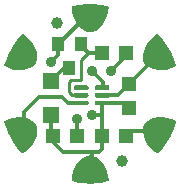
<source format=gbr>
G04 EAGLE Gerber RS-274X export*
G75*
%MOMM*%
%FSLAX34Y34*%
%LPD*%
%INTop Copper*%
%IPPOS*%
%AMOC8*
5,1,8,0,0,1.08239X$1,22.5*%
G01*
%ADD10R,1.200000X0.400000*%
%ADD11R,1.000000X0.400000*%
%ADD12R,1.200000X1.300000*%
%ADD13R,1.300000X1.200000*%
%ADD14R,1.400000X1.400000*%
%ADD15R,1.000000X1.200000*%
%ADD16C,2.184400*%
%ADD17C,1.000000*%
%ADD18C,0.304800*%
%ADD19C,0.906400*%
%ADD20C,0.254000*%

G36*
X3062Y-76024D02*
X3062Y-76024D01*
X3099Y-76026D01*
X9133Y-75392D01*
X9160Y-75384D01*
X9198Y-75382D01*
X15132Y-74120D01*
X15154Y-74111D01*
X15178Y-74109D01*
X15257Y-74069D01*
X15340Y-74036D01*
X15357Y-74020D01*
X15378Y-74009D01*
X15411Y-73975D01*
X15413Y-73973D01*
X15422Y-73963D01*
X15439Y-73944D01*
X15505Y-73884D01*
X15516Y-73863D01*
X15532Y-73845D01*
X15548Y-73807D01*
X15555Y-73799D01*
X15568Y-73761D01*
X15607Y-73684D01*
X15610Y-73661D01*
X15619Y-73639D01*
X15622Y-73601D01*
X15627Y-73586D01*
X15626Y-73547D01*
X15630Y-73491D01*
X15633Y-73461D01*
X15632Y-73457D01*
X15632Y-73452D01*
X15345Y-69693D01*
X15334Y-69653D01*
X15329Y-69595D01*
X14457Y-65928D01*
X14440Y-65890D01*
X14426Y-65833D01*
X12991Y-62348D01*
X12969Y-62313D01*
X12946Y-62259D01*
X10983Y-59041D01*
X10956Y-59010D01*
X10925Y-58960D01*
X8483Y-56089D01*
X8445Y-56058D01*
X8389Y-55999D01*
X6603Y-54613D01*
X6578Y-54600D01*
X6574Y-54595D01*
X6563Y-54590D01*
X6535Y-54567D01*
X4583Y-53426D01*
X4550Y-53414D01*
X4509Y-53389D01*
X2426Y-52512D01*
X2391Y-52505D01*
X2347Y-52485D01*
X168Y-51888D01*
X92Y-51882D01*
X19Y-51866D01*
X-24Y-51871D01*
X-56Y-51868D01*
X-100Y-51880D01*
X-168Y-51888D01*
X-2347Y-52485D01*
X-2379Y-52501D01*
X-2426Y-52512D01*
X-4509Y-53389D01*
X-4539Y-53408D01*
X-4583Y-53426D01*
X-6535Y-54567D01*
X-6561Y-54590D01*
X-6603Y-54613D01*
X-8389Y-55999D01*
X-8422Y-56036D01*
X-8483Y-56089D01*
X-10925Y-58960D01*
X-10946Y-58996D01*
X-10983Y-59041D01*
X-12946Y-62259D01*
X-12961Y-62297D01*
X-12991Y-62348D01*
X-14426Y-65833D01*
X-14435Y-65874D01*
X-14457Y-65928D01*
X-15329Y-69595D01*
X-15331Y-69636D01*
X-15345Y-69693D01*
X-15632Y-73452D01*
X-15630Y-73475D01*
X-15634Y-73499D01*
X-15622Y-73570D01*
X-15620Y-73623D01*
X-15613Y-73640D01*
X-15610Y-73675D01*
X-15599Y-73696D01*
X-15595Y-73720D01*
X-15550Y-73796D01*
X-15550Y-73797D01*
X-15536Y-73831D01*
X-15529Y-73838D01*
X-15511Y-73876D01*
X-15493Y-73893D01*
X-15481Y-73913D01*
X-15413Y-73969D01*
X-15391Y-73990D01*
X-15384Y-73997D01*
X-15382Y-73998D01*
X-15348Y-74030D01*
X-15326Y-74040D01*
X-15307Y-74055D01*
X-15170Y-74106D01*
X-15141Y-74118D01*
X-15137Y-74119D01*
X-15132Y-74120D01*
X-9198Y-75382D01*
X-9169Y-75383D01*
X-9133Y-75392D01*
X-3099Y-76026D01*
X-3071Y-76024D01*
X-3033Y-76030D01*
X3033Y-76030D01*
X3062Y-76024D01*
G37*
G36*
X-57510Y20009D02*
X-57510Y20009D01*
X-57470Y20017D01*
X-57411Y20019D01*
X-53704Y20698D01*
X-53657Y20715D01*
X-53578Y20734D01*
X-51485Y21588D01*
X-51455Y21607D01*
X-51411Y21624D01*
X-49447Y22744D01*
X-49420Y22766D01*
X-49378Y22789D01*
X-47577Y24155D01*
X-47553Y24181D01*
X-47515Y24210D01*
X-45908Y25799D01*
X-45864Y25861D01*
X-45814Y25917D01*
X-45801Y25947D01*
X-45796Y25954D01*
X-45793Y25962D01*
X-45779Y25983D01*
X-45767Y26027D01*
X-45740Y26089D01*
X-45167Y28276D01*
X-45164Y28311D01*
X-45151Y28357D01*
X-44869Y30600D01*
X-44871Y30635D01*
X-44864Y30682D01*
X-44876Y32942D01*
X-44883Y32977D01*
X-44882Y33025D01*
X-45189Y35264D01*
X-45205Y35311D01*
X-45220Y35391D01*
X-46486Y38942D01*
X-46507Y38977D01*
X-46527Y39032D01*
X-48332Y42341D01*
X-48358Y42373D01*
X-48387Y42425D01*
X-50687Y45410D01*
X-50718Y45438D01*
X-50754Y45484D01*
X-53494Y48073D01*
X-53528Y48095D01*
X-53571Y48135D01*
X-56682Y50264D01*
X-56704Y50274D01*
X-56722Y50289D01*
X-56805Y50319D01*
X-56820Y50326D01*
X-56836Y50334D01*
X-56839Y50334D01*
X-56887Y50356D01*
X-56911Y50357D01*
X-56933Y50365D01*
X-57022Y50365D01*
X-57111Y50371D01*
X-57133Y50364D01*
X-57157Y50364D01*
X-57241Y50332D01*
X-57326Y50307D01*
X-57345Y50292D01*
X-57367Y50284D01*
X-57443Y50222D01*
X-57466Y50208D01*
X-57479Y50191D01*
X-57481Y50190D01*
X-57505Y50172D01*
X-57507Y50168D01*
X-57512Y50165D01*
X-61571Y45657D01*
X-61586Y45632D01*
X-61613Y45605D01*
X-65178Y40697D01*
X-65191Y40671D01*
X-65214Y40642D01*
X-68248Y35388D01*
X-68257Y35361D01*
X-68278Y35329D01*
X-70745Y29787D01*
X-70752Y29759D01*
X-70769Y29725D01*
X-72643Y23956D01*
X-72647Y23932D01*
X-72656Y23910D01*
X-72662Y23822D01*
X-72674Y23733D01*
X-72669Y23710D01*
X-72670Y23686D01*
X-72645Y23601D01*
X-72625Y23514D01*
X-72612Y23494D01*
X-72605Y23472D01*
X-72552Y23401D01*
X-72503Y23326D01*
X-72484Y23312D01*
X-72470Y23293D01*
X-72347Y23210D01*
X-72323Y23192D01*
X-72319Y23191D01*
X-72315Y23188D01*
X-68916Y21558D01*
X-68876Y21547D01*
X-68823Y21522D01*
X-65211Y20444D01*
X-65170Y20439D01*
X-65114Y20423D01*
X-61378Y19923D01*
X-61337Y19925D01*
X-61278Y19918D01*
X-57510Y20009D01*
G37*
G36*
X61319Y19924D02*
X61319Y19924D01*
X61378Y19923D01*
X65114Y20423D01*
X65153Y20436D01*
X65211Y20444D01*
X68823Y21522D01*
X68860Y21541D01*
X68916Y21558D01*
X72315Y23188D01*
X72334Y23202D01*
X72356Y23210D01*
X72424Y23267D01*
X72496Y23319D01*
X72510Y23339D01*
X72528Y23354D01*
X72572Y23431D01*
X72621Y23505D01*
X72627Y23529D01*
X72639Y23549D01*
X72653Y23637D01*
X72673Y23724D01*
X72671Y23747D01*
X72674Y23771D01*
X72650Y23917D01*
X72646Y23946D01*
X72644Y23950D01*
X72643Y23956D01*
X70769Y29725D01*
X70755Y29751D01*
X70745Y29787D01*
X68278Y35329D01*
X68261Y35353D01*
X68248Y35388D01*
X65214Y40642D01*
X65196Y40664D01*
X65178Y40697D01*
X61613Y45605D01*
X61592Y45625D01*
X61571Y45657D01*
X57512Y50165D01*
X57493Y50179D01*
X57479Y50199D01*
X57449Y50219D01*
X57437Y50231D01*
X57404Y50249D01*
X57334Y50302D01*
X57312Y50309D01*
X57292Y50323D01*
X57205Y50343D01*
X57120Y50370D01*
X57096Y50368D01*
X57073Y50374D01*
X56985Y50363D01*
X56896Y50358D01*
X56874Y50349D01*
X56851Y50346D01*
X56803Y50322D01*
X56800Y50322D01*
X56794Y50318D01*
X56718Y50281D01*
X56690Y50269D01*
X56687Y50266D01*
X56682Y50264D01*
X53571Y48135D01*
X53542Y48106D01*
X53494Y48073D01*
X50754Y45484D01*
X50730Y45451D01*
X50687Y45410D01*
X48387Y42425D01*
X48368Y42388D01*
X48332Y42341D01*
X46527Y39032D01*
X46514Y38993D01*
X46486Y38942D01*
X45220Y35391D01*
X45212Y35342D01*
X45189Y35264D01*
X44882Y33025D01*
X44884Y32990D01*
X44876Y32942D01*
X44864Y30682D01*
X44870Y30647D01*
X44869Y30600D01*
X45151Y28357D01*
X45162Y28323D01*
X45167Y28276D01*
X45740Y26089D01*
X45772Y26021D01*
X45795Y25949D01*
X45813Y25925D01*
X45815Y25922D01*
X45821Y25915D01*
X45835Y25886D01*
X45867Y25854D01*
X45908Y25799D01*
X47515Y24210D01*
X47544Y24190D01*
X47577Y24155D01*
X49378Y22789D01*
X49410Y22773D01*
X49447Y22744D01*
X51411Y21624D01*
X51444Y21612D01*
X51485Y21588D01*
X53578Y20734D01*
X53627Y20724D01*
X53704Y20698D01*
X57411Y20019D01*
X57452Y20019D01*
X57510Y20009D01*
X61278Y19918D01*
X61319Y19924D01*
G37*
G36*
X57133Y-50364D02*
X57133Y-50364D01*
X57157Y-50364D01*
X57241Y-50332D01*
X57326Y-50307D01*
X57345Y-50292D01*
X57367Y-50284D01*
X57481Y-50190D01*
X57505Y-50172D01*
X57507Y-50168D01*
X57512Y-50165D01*
X61571Y-45657D01*
X61586Y-45632D01*
X61613Y-45605D01*
X65178Y-40697D01*
X65191Y-40671D01*
X65214Y-40642D01*
X68248Y-35388D01*
X68257Y-35361D01*
X68278Y-35329D01*
X70745Y-29787D01*
X70752Y-29759D01*
X70769Y-29725D01*
X72643Y-23956D01*
X72647Y-23932D01*
X72656Y-23910D01*
X72662Y-23822D01*
X72674Y-23733D01*
X72669Y-23710D01*
X72670Y-23686D01*
X72645Y-23601D01*
X72625Y-23514D01*
X72612Y-23494D01*
X72605Y-23472D01*
X72552Y-23401D01*
X72503Y-23326D01*
X72484Y-23312D01*
X72470Y-23293D01*
X72347Y-23210D01*
X72323Y-23192D01*
X72319Y-23191D01*
X72315Y-23188D01*
X68916Y-21558D01*
X68876Y-21547D01*
X68823Y-21522D01*
X65211Y-20444D01*
X65170Y-20439D01*
X65114Y-20423D01*
X61378Y-19923D01*
X61337Y-19925D01*
X61278Y-19918D01*
X57510Y-20009D01*
X57470Y-20017D01*
X57411Y-20019D01*
X53704Y-20698D01*
X53657Y-20715D01*
X53578Y-20734D01*
X51485Y-21588D01*
X51455Y-21607D01*
X51411Y-21624D01*
X49447Y-22744D01*
X49420Y-22766D01*
X49378Y-22789D01*
X47577Y-24155D01*
X47553Y-24181D01*
X47515Y-24210D01*
X45908Y-25799D01*
X45864Y-25861D01*
X45814Y-25917D01*
X45797Y-25956D01*
X45779Y-25983D01*
X45767Y-26027D01*
X45740Y-26089D01*
X45167Y-28276D01*
X45164Y-28311D01*
X45151Y-28357D01*
X44869Y-30600D01*
X44871Y-30635D01*
X44864Y-30682D01*
X44876Y-32942D01*
X44883Y-32977D01*
X44882Y-33025D01*
X45189Y-35264D01*
X45193Y-35277D01*
X45194Y-35283D01*
X45203Y-35307D01*
X45205Y-35311D01*
X45220Y-35391D01*
X46486Y-38942D01*
X46507Y-38977D01*
X46527Y-39032D01*
X48332Y-42341D01*
X48358Y-42373D01*
X48387Y-42425D01*
X50687Y-45410D01*
X50718Y-45438D01*
X50754Y-45484D01*
X53494Y-48073D01*
X53528Y-48095D01*
X53571Y-48135D01*
X56682Y-50264D01*
X56704Y-50274D01*
X56722Y-50289D01*
X56805Y-50319D01*
X56887Y-50356D01*
X56911Y-50357D01*
X56933Y-50365D01*
X57022Y-50365D01*
X57111Y-50371D01*
X57133Y-50364D01*
G37*
G36*
X-56985Y-50363D02*
X-56985Y-50363D01*
X-56896Y-50358D01*
X-56874Y-50349D01*
X-56851Y-50346D01*
X-56718Y-50281D01*
X-56690Y-50269D01*
X-56687Y-50266D01*
X-56682Y-50264D01*
X-53571Y-48135D01*
X-53542Y-48106D01*
X-53494Y-48073D01*
X-50754Y-45484D01*
X-50730Y-45451D01*
X-50687Y-45410D01*
X-48387Y-42425D01*
X-48368Y-42388D01*
X-48332Y-42341D01*
X-46527Y-39032D01*
X-46514Y-38993D01*
X-46486Y-38942D01*
X-45220Y-35391D01*
X-45212Y-35342D01*
X-45189Y-35264D01*
X-44882Y-33025D01*
X-44884Y-32990D01*
X-44876Y-32942D01*
X-44864Y-30682D01*
X-44870Y-30647D01*
X-44869Y-30600D01*
X-45151Y-28357D01*
X-45162Y-28323D01*
X-45167Y-28276D01*
X-45740Y-26089D01*
X-45772Y-26021D01*
X-45795Y-25949D01*
X-45821Y-25915D01*
X-45835Y-25886D01*
X-45867Y-25854D01*
X-45908Y-25799D01*
X-47515Y-24210D01*
X-47544Y-24190D01*
X-47577Y-24155D01*
X-49378Y-22789D01*
X-49410Y-22773D01*
X-49447Y-22744D01*
X-51411Y-21624D01*
X-51444Y-21612D01*
X-51485Y-21588D01*
X-53578Y-20734D01*
X-53627Y-20724D01*
X-53704Y-20698D01*
X-57411Y-20019D01*
X-57452Y-20019D01*
X-57510Y-20009D01*
X-61278Y-19918D01*
X-61319Y-19924D01*
X-61378Y-19923D01*
X-65114Y-20423D01*
X-65153Y-20436D01*
X-65211Y-20444D01*
X-68823Y-21522D01*
X-68860Y-21541D01*
X-68916Y-21558D01*
X-72315Y-23188D01*
X-72334Y-23202D01*
X-72356Y-23210D01*
X-72424Y-23267D01*
X-72496Y-23319D01*
X-72510Y-23339D01*
X-72528Y-23354D01*
X-72572Y-23431D01*
X-72621Y-23505D01*
X-72627Y-23529D01*
X-72639Y-23549D01*
X-72653Y-23637D01*
X-72673Y-23724D01*
X-72671Y-23747D01*
X-72674Y-23771D01*
X-72650Y-23917D01*
X-72646Y-23946D01*
X-72644Y-23950D01*
X-72643Y-23956D01*
X-70769Y-29725D01*
X-70755Y-29751D01*
X-70745Y-29787D01*
X-68278Y-35329D01*
X-68261Y-35353D01*
X-68248Y-35388D01*
X-65214Y-40642D01*
X-65196Y-40664D01*
X-65178Y-40697D01*
X-61613Y-45605D01*
X-61592Y-45625D01*
X-61571Y-45657D01*
X-57512Y-50165D01*
X-57493Y-50179D01*
X-57479Y-50199D01*
X-57405Y-50248D01*
X-57334Y-50302D01*
X-57312Y-50309D01*
X-57292Y-50323D01*
X-57205Y-50343D01*
X-57120Y-50370D01*
X-57096Y-50368D01*
X-57073Y-50374D01*
X-56985Y-50363D01*
G37*
G36*
X24Y51871D02*
X24Y51871D01*
X56Y51868D01*
X100Y51880D01*
X168Y51888D01*
X2347Y52485D01*
X2379Y52501D01*
X2426Y52512D01*
X4509Y53389D01*
X4539Y53408D01*
X4583Y53426D01*
X6535Y54567D01*
X6561Y54590D01*
X6603Y54613D01*
X8389Y55999D01*
X8422Y56036D01*
X8483Y56089D01*
X10925Y58960D01*
X10946Y58996D01*
X10983Y59041D01*
X12946Y62259D01*
X12961Y62297D01*
X12991Y62348D01*
X14426Y65833D01*
X14435Y65874D01*
X14457Y65928D01*
X15329Y69595D01*
X15331Y69636D01*
X15345Y69693D01*
X15632Y73452D01*
X15630Y73475D01*
X15634Y73499D01*
X15619Y73586D01*
X15610Y73675D01*
X15599Y73696D01*
X15595Y73720D01*
X15550Y73796D01*
X15511Y73876D01*
X15493Y73893D01*
X15481Y73913D01*
X15413Y73969D01*
X15348Y74030D01*
X15326Y74040D01*
X15307Y74055D01*
X15170Y74106D01*
X15141Y74118D01*
X15137Y74119D01*
X15132Y74120D01*
X9198Y75382D01*
X9169Y75383D01*
X9133Y75392D01*
X3099Y76026D01*
X3071Y76024D01*
X3033Y76030D01*
X-3033Y76030D01*
X-3062Y76024D01*
X-3099Y76026D01*
X-9133Y75392D01*
X-9160Y75384D01*
X-9198Y75382D01*
X-15132Y74120D01*
X-15154Y74111D01*
X-15178Y74109D01*
X-15257Y74069D01*
X-15340Y74036D01*
X-15357Y74020D01*
X-15378Y74009D01*
X-15439Y73944D01*
X-15505Y73884D01*
X-15516Y73863D01*
X-15532Y73845D01*
X-15566Y73763D01*
X-15607Y73684D01*
X-15610Y73661D01*
X-15619Y73639D01*
X-15630Y73491D01*
X-15633Y73461D01*
X-15632Y73457D01*
X-15632Y73452D01*
X-15345Y69693D01*
X-15334Y69653D01*
X-15329Y69595D01*
X-14457Y65928D01*
X-14440Y65890D01*
X-14426Y65833D01*
X-12991Y62348D01*
X-12969Y62313D01*
X-12946Y62259D01*
X-10983Y59041D01*
X-10956Y59010D01*
X-10925Y58960D01*
X-8483Y56089D01*
X-8445Y56058D01*
X-8389Y55999D01*
X-6603Y54613D01*
X-6572Y54597D01*
X-6535Y54567D01*
X-4583Y53426D01*
X-4550Y53414D01*
X-4509Y53389D01*
X-2426Y52512D01*
X-2391Y52505D01*
X-2347Y52485D01*
X-168Y51888D01*
X-92Y51882D01*
X-19Y51866D01*
X24Y51871D01*
G37*
G36*
X-3202Y3236D02*
X-3202Y3236D01*
X-3165Y3235D01*
X-2777Y3286D01*
X-2734Y3301D01*
X-2651Y3320D01*
X-2289Y3470D01*
X-2252Y3495D01*
X-2176Y3535D01*
X-1865Y3773D01*
X-1836Y3807D01*
X-1773Y3865D01*
X-1535Y4176D01*
X-1515Y4217D01*
X-1470Y4289D01*
X-1320Y4651D01*
X-1311Y4695D01*
X-1286Y4777D01*
X-1235Y5165D01*
X-1238Y5206D01*
X-1231Y5244D01*
X-1236Y5265D01*
X-1235Y5295D01*
X-1286Y5683D01*
X-1301Y5726D01*
X-1320Y5809D01*
X-1470Y6171D01*
X-1495Y6208D01*
X-1535Y6284D01*
X-1773Y6595D01*
X-1807Y6624D01*
X-1865Y6687D01*
X-2176Y6925D01*
X-2217Y6945D01*
X-2289Y6990D01*
X-2651Y7140D01*
X-2695Y7149D01*
X-2777Y7174D01*
X-3165Y7225D01*
X-3188Y7223D01*
X-3196Y7225D01*
X-3203Y7225D01*
X-3230Y7229D01*
X-12730Y7229D01*
X-12738Y7228D01*
X-12747Y7229D01*
X-12835Y7208D01*
X-12925Y7190D01*
X-12932Y7185D01*
X-12940Y7183D01*
X-13013Y7129D01*
X-13089Y7077D01*
X-13093Y7070D01*
X-13100Y7065D01*
X-13147Y6987D01*
X-13196Y6910D01*
X-13197Y6901D01*
X-13202Y6894D01*
X-13229Y6730D01*
X-13229Y3730D01*
X-13228Y3722D01*
X-13229Y3713D01*
X-13208Y3625D01*
X-13190Y3535D01*
X-13185Y3528D01*
X-13183Y3520D01*
X-13129Y3447D01*
X-13077Y3371D01*
X-13070Y3367D01*
X-13065Y3360D01*
X-12987Y3313D01*
X-12910Y3264D01*
X-12901Y3263D01*
X-12894Y3258D01*
X-12730Y3231D01*
X-3230Y3231D01*
X-3202Y3236D01*
G37*
G36*
X-3202Y-3264D02*
X-3202Y-3264D01*
X-3165Y-3265D01*
X-2777Y-3214D01*
X-2734Y-3199D01*
X-2651Y-3180D01*
X-2289Y-3030D01*
X-2252Y-3005D01*
X-2176Y-2965D01*
X-1865Y-2727D01*
X-1836Y-2693D01*
X-1773Y-2635D01*
X-1535Y-2324D01*
X-1515Y-2283D01*
X-1470Y-2211D01*
X-1320Y-1849D01*
X-1311Y-1805D01*
X-1286Y-1723D01*
X-1235Y-1335D01*
X-1238Y-1295D01*
X-1231Y-1256D01*
X-1236Y-1235D01*
X-1235Y-1205D01*
X-1286Y-817D01*
X-1301Y-774D01*
X-1320Y-691D01*
X-1470Y-329D01*
X-1495Y-292D01*
X-1535Y-216D01*
X-1773Y95D01*
X-1807Y124D01*
X-1865Y187D01*
X-2176Y425D01*
X-2217Y445D01*
X-2289Y490D01*
X-2651Y640D01*
X-2695Y649D01*
X-2777Y674D01*
X-3165Y725D01*
X-3188Y723D01*
X-3196Y725D01*
X-3203Y725D01*
X-3230Y729D01*
X-12730Y729D01*
X-12738Y728D01*
X-12747Y729D01*
X-12835Y708D01*
X-12925Y690D01*
X-12932Y685D01*
X-12940Y683D01*
X-13013Y629D01*
X-13089Y577D01*
X-13093Y570D01*
X-13100Y565D01*
X-13147Y487D01*
X-13196Y410D01*
X-13197Y401D01*
X-13202Y394D01*
X-13229Y230D01*
X-13229Y-2770D01*
X-13228Y-2778D01*
X-13229Y-2787D01*
X-13208Y-2875D01*
X-13190Y-2965D01*
X-13185Y-2972D01*
X-13183Y-2980D01*
X-13129Y-3053D01*
X-13077Y-3129D01*
X-13070Y-3133D01*
X-13065Y-3140D01*
X-12987Y-3187D01*
X-12910Y-3236D01*
X-12901Y-3237D01*
X-12894Y-3242D01*
X-12730Y-3269D01*
X-3230Y-3269D01*
X-3202Y-3264D01*
G37*
G36*
X-3202Y-9764D02*
X-3202Y-9764D01*
X-3165Y-9765D01*
X-2777Y-9714D01*
X-2734Y-9699D01*
X-2651Y-9680D01*
X-2289Y-9530D01*
X-2252Y-9505D01*
X-2176Y-9465D01*
X-1865Y-9227D01*
X-1836Y-9193D01*
X-1773Y-9135D01*
X-1535Y-8824D01*
X-1515Y-8783D01*
X-1470Y-8711D01*
X-1320Y-8349D01*
X-1311Y-8305D01*
X-1286Y-8223D01*
X-1235Y-7835D01*
X-1238Y-7795D01*
X-1231Y-7756D01*
X-1236Y-7735D01*
X-1235Y-7705D01*
X-1286Y-7317D01*
X-1301Y-7274D01*
X-1320Y-7191D01*
X-1470Y-6829D01*
X-1495Y-6792D01*
X-1535Y-6716D01*
X-1773Y-6405D01*
X-1807Y-6376D01*
X-1865Y-6313D01*
X-2176Y-6075D01*
X-2217Y-6055D01*
X-2289Y-6010D01*
X-2651Y-5860D01*
X-2695Y-5851D01*
X-2777Y-5826D01*
X-3165Y-5775D01*
X-3188Y-5777D01*
X-3196Y-5775D01*
X-3203Y-5775D01*
X-3230Y-5771D01*
X-12730Y-5771D01*
X-12738Y-5772D01*
X-12747Y-5771D01*
X-12835Y-5792D01*
X-12925Y-5810D01*
X-12932Y-5815D01*
X-12940Y-5817D01*
X-13013Y-5871D01*
X-13089Y-5923D01*
X-13093Y-5930D01*
X-13100Y-5935D01*
X-13147Y-6013D01*
X-13196Y-6090D01*
X-13197Y-6099D01*
X-13202Y-6106D01*
X-13229Y-6270D01*
X-13229Y-9270D01*
X-13228Y-9278D01*
X-13229Y-9287D01*
X-13208Y-9375D01*
X-13190Y-9465D01*
X-13185Y-9472D01*
X-13183Y-9480D01*
X-13129Y-9553D01*
X-13077Y-9629D01*
X-13070Y-9633D01*
X-13065Y-9640D01*
X-12987Y-9687D01*
X-12910Y-9736D01*
X-12901Y-9737D01*
X-12894Y-9742D01*
X-12730Y-9769D01*
X-3230Y-9769D01*
X-3202Y-9764D01*
G37*
G36*
X15278Y3232D02*
X15278Y3232D01*
X15287Y3231D01*
X15375Y3252D01*
X15465Y3270D01*
X15472Y3275D01*
X15480Y3277D01*
X15553Y3331D01*
X15629Y3383D01*
X15633Y3390D01*
X15640Y3395D01*
X15687Y3473D01*
X15736Y3550D01*
X15737Y3559D01*
X15742Y3566D01*
X15769Y3730D01*
X15769Y6730D01*
X15768Y6736D01*
X15769Y6742D01*
X15769Y6744D01*
X15769Y6747D01*
X15748Y6835D01*
X15730Y6925D01*
X15725Y6932D01*
X15723Y6940D01*
X15669Y7013D01*
X15617Y7089D01*
X15610Y7093D01*
X15605Y7100D01*
X15527Y7147D01*
X15450Y7196D01*
X15441Y7197D01*
X15434Y7202D01*
X15270Y7229D01*
X5770Y7229D01*
X5748Y7225D01*
X5736Y7225D01*
X5732Y7224D01*
X5705Y7225D01*
X5317Y7174D01*
X5274Y7159D01*
X5191Y7140D01*
X4829Y6990D01*
X4792Y6965D01*
X4716Y6925D01*
X4405Y6687D01*
X4376Y6653D01*
X4313Y6595D01*
X4075Y6284D01*
X4055Y6243D01*
X4010Y6171D01*
X3860Y5809D01*
X3851Y5765D01*
X3826Y5683D01*
X3775Y5295D01*
X3778Y5251D01*
X3771Y5211D01*
X3776Y5192D01*
X3775Y5165D01*
X3826Y4777D01*
X3841Y4734D01*
X3860Y4651D01*
X4010Y4289D01*
X4035Y4252D01*
X4075Y4176D01*
X4313Y3865D01*
X4347Y3836D01*
X4405Y3773D01*
X4716Y3535D01*
X4757Y3515D01*
X4829Y3470D01*
X5191Y3320D01*
X5235Y3311D01*
X5317Y3286D01*
X5705Y3235D01*
X5733Y3237D01*
X5770Y3231D01*
X15270Y3231D01*
X15278Y3232D01*
G37*
G36*
X15278Y-3268D02*
X15278Y-3268D01*
X15287Y-3269D01*
X15375Y-3248D01*
X15465Y-3230D01*
X15472Y-3225D01*
X15480Y-3223D01*
X15553Y-3169D01*
X15629Y-3117D01*
X15633Y-3110D01*
X15640Y-3105D01*
X15687Y-3027D01*
X15736Y-2950D01*
X15737Y-2941D01*
X15742Y-2934D01*
X15769Y-2770D01*
X15769Y230D01*
X15768Y236D01*
X15769Y242D01*
X15769Y244D01*
X15769Y247D01*
X15748Y335D01*
X15730Y425D01*
X15725Y432D01*
X15723Y440D01*
X15669Y513D01*
X15617Y589D01*
X15610Y593D01*
X15605Y600D01*
X15527Y647D01*
X15450Y696D01*
X15441Y697D01*
X15434Y702D01*
X15270Y729D01*
X5770Y729D01*
X5748Y725D01*
X5736Y725D01*
X5732Y724D01*
X5705Y725D01*
X5317Y674D01*
X5274Y659D01*
X5191Y640D01*
X4829Y490D01*
X4792Y465D01*
X4716Y425D01*
X4405Y187D01*
X4376Y153D01*
X4313Y95D01*
X4075Y-216D01*
X4055Y-257D01*
X4010Y-329D01*
X3860Y-691D01*
X3851Y-735D01*
X3826Y-817D01*
X3775Y-1205D01*
X3778Y-1249D01*
X3771Y-1289D01*
X3776Y-1308D01*
X3775Y-1335D01*
X3826Y-1723D01*
X3841Y-1766D01*
X3860Y-1849D01*
X4010Y-2211D01*
X4035Y-2248D01*
X4075Y-2324D01*
X4313Y-2635D01*
X4347Y-2664D01*
X4405Y-2727D01*
X4716Y-2965D01*
X4757Y-2985D01*
X4829Y-3030D01*
X5191Y-3180D01*
X5235Y-3189D01*
X5317Y-3214D01*
X5705Y-3265D01*
X5733Y-3263D01*
X5770Y-3269D01*
X15270Y-3269D01*
X15278Y-3268D01*
G37*
D10*
X9770Y-7770D03*
D11*
X10770Y-1270D03*
X10770Y5230D03*
X-8230Y5230D03*
X-8230Y-1270D03*
X-8230Y-7770D03*
D12*
X-31410Y-36180D03*
X-11090Y-36180D03*
D13*
X32690Y7960D03*
X32690Y-12360D03*
D12*
X30550Y-35970D03*
X10230Y-35970D03*
D14*
X-33040Y-18060D03*
X-33040Y10940D03*
D15*
X-17620Y21680D03*
X-27120Y41680D03*
X-8120Y41680D03*
D12*
X10160Y34290D03*
X30480Y34290D03*
D16*
X0Y-63500D03*
X0Y63500D03*
X-55880Y-31750D03*
X55880Y-31750D03*
X-55880Y31750D03*
X55880Y31750D03*
D17*
X-27940Y59690D03*
X26670Y-57150D03*
D18*
X10770Y5230D02*
X10770Y9550D01*
X1270Y19050D01*
D19*
X1270Y19050D03*
D18*
X-11090Y-21590D02*
X-11090Y-36180D01*
X-11090Y-21590D02*
X-11430Y-21590D01*
D19*
X-11430Y-21590D03*
D18*
X-27120Y37650D02*
X-27120Y41680D01*
D19*
X-33020Y26670D03*
D20*
X-27120Y36380D02*
X-27120Y37650D01*
D18*
X-27120Y41680D02*
X-5300Y63500D01*
X0Y63500D01*
X-27120Y36380D02*
X-27120Y32570D01*
X-33020Y26670D01*
X-43180Y-2540D02*
X-55880Y-15240D01*
X-55880Y-31750D01*
X30550Y-35970D02*
X34770Y-31750D01*
X55880Y-31750D01*
X-24130Y-2540D02*
X-43180Y-2540D01*
X-24130Y-2540D02*
X-19050Y-7620D01*
X-8380Y-7620D01*
X-8230Y-7770D01*
X10770Y-1270D02*
X23460Y-1270D01*
X32690Y7960D01*
X32690Y7971D01*
X32690Y7960D02*
X55880Y31150D01*
X55880Y31750D01*
X-22300Y21680D02*
X-33040Y10940D01*
X-22300Y21680D02*
X-17620Y21680D01*
X-33040Y-34550D02*
X-31410Y-36180D01*
X-33040Y-34550D02*
X-33040Y-18060D01*
X9770Y-7770D02*
X10230Y-8230D01*
X10230Y-16510D01*
X10230Y-35970D01*
X10230Y-8230D02*
X28560Y-8230D01*
X32690Y-12360D01*
X-31410Y-36180D02*
X-31410Y-40980D01*
X-22860Y-49530D01*
X30480Y31750D02*
X30480Y34290D01*
X30480Y31750D02*
X17780Y19050D01*
D19*
X17780Y19050D03*
D18*
X32690Y-12360D02*
X34300Y-13970D01*
X1270Y-63500D02*
X0Y-63500D01*
X32690Y-12360D02*
X37170Y-12360D01*
D19*
X1270Y-17780D03*
D18*
X8960Y-17780D01*
X10230Y-16510D01*
X10230Y-35970D02*
X10230Y-46920D01*
X7620Y-49530D01*
X1270Y-49530D01*
X-22860Y-49530D01*
X1270Y-49530D02*
X1270Y-63500D01*
X-2000Y34290D02*
X-8120Y41680D01*
X-2000Y34290D02*
X10160Y34290D01*
D20*
X-8230Y-1270D02*
X-15240Y-1270D01*
X-17780Y1270D01*
X-17780Y10160D01*
X-16510Y11430D01*
X-7620Y11430D01*
X-7620Y28670D01*
X-2000Y34290D01*
M02*

</source>
